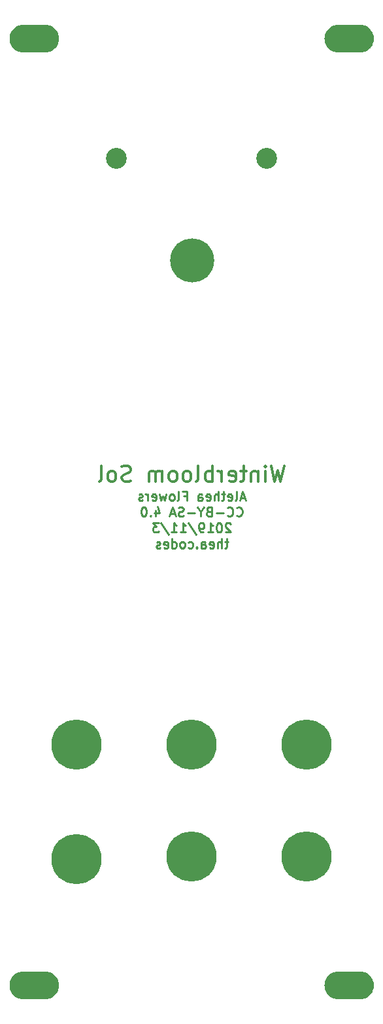
<source format=gbr>
G04 #@! TF.GenerationSoftware,KiCad,Pcbnew,(5.1.2)-2*
G04 #@! TF.CreationDate,2019-12-19T20:32:34-08:00*
G04 #@! TF.ProjectId,panel,70616e65-6c2e-46b6-9963-61645f706362,rev?*
G04 #@! TF.SameCoordinates,Original*
G04 #@! TF.FileFunction,Soldermask,Bot*
G04 #@! TF.FilePolarity,Negative*
%FSLAX46Y46*%
G04 Gerber Fmt 4.6, Leading zero omitted, Abs format (unit mm)*
G04 Created by KiCad (PCBNEW (5.1.2)-2) date 2019-12-19 20:32:34*
%MOMM*%
%LPD*%
G04 APERTURE LIST*
%ADD10C,0.250000*%
%ADD11C,0.300000*%
%ADD12C,0.100000*%
%ADD13C,3.600000*%
%ADD14C,6.500000*%
%ADD15C,5.700000*%
%ADD16C,2.700000*%
G04 APERTURE END LIST*
D10*
X159685706Y-83025000D02*
X159114277Y-83025000D01*
X159799992Y-83367857D02*
X159399992Y-82167857D01*
X158999992Y-83367857D01*
X158428563Y-83367857D02*
X158542849Y-83310714D01*
X158599992Y-83196428D01*
X158599992Y-82167857D01*
X157514277Y-83310714D02*
X157628563Y-83367857D01*
X157857134Y-83367857D01*
X157971420Y-83310714D01*
X158028563Y-83196428D01*
X158028563Y-82739285D01*
X157971420Y-82625000D01*
X157857134Y-82567857D01*
X157628563Y-82567857D01*
X157514277Y-82625000D01*
X157457134Y-82739285D01*
X157457134Y-82853571D01*
X158028563Y-82967857D01*
X157114277Y-82567857D02*
X156657134Y-82567857D01*
X156942849Y-82167857D02*
X156942849Y-83196428D01*
X156885706Y-83310714D01*
X156771420Y-83367857D01*
X156657134Y-83367857D01*
X156257134Y-83367857D02*
X156257134Y-82167857D01*
X155742849Y-83367857D02*
X155742849Y-82739285D01*
X155799992Y-82625000D01*
X155914277Y-82567857D01*
X156085706Y-82567857D01*
X156199992Y-82625000D01*
X156257134Y-82682142D01*
X154714277Y-83310714D02*
X154828563Y-83367857D01*
X155057134Y-83367857D01*
X155171420Y-83310714D01*
X155228563Y-83196428D01*
X155228563Y-82739285D01*
X155171420Y-82625000D01*
X155057134Y-82567857D01*
X154828563Y-82567857D01*
X154714277Y-82625000D01*
X154657134Y-82739285D01*
X154657134Y-82853571D01*
X155228563Y-82967857D01*
X153628563Y-83367857D02*
X153628563Y-82739285D01*
X153685706Y-82625000D01*
X153799992Y-82567857D01*
X154028563Y-82567857D01*
X154142849Y-82625000D01*
X153628563Y-83310714D02*
X153742849Y-83367857D01*
X154028563Y-83367857D01*
X154142849Y-83310714D01*
X154199992Y-83196428D01*
X154199992Y-83082142D01*
X154142849Y-82967857D01*
X154028563Y-82910714D01*
X153742849Y-82910714D01*
X153628563Y-82853571D01*
X151742849Y-82739285D02*
X152142849Y-82739285D01*
X152142849Y-83367857D02*
X152142849Y-82167857D01*
X151571420Y-82167857D01*
X150942849Y-83367857D02*
X151057134Y-83310714D01*
X151114277Y-83196428D01*
X151114277Y-82167857D01*
X150314277Y-83367857D02*
X150428563Y-83310714D01*
X150485706Y-83253571D01*
X150542849Y-83139285D01*
X150542849Y-82796428D01*
X150485706Y-82682142D01*
X150428563Y-82625000D01*
X150314277Y-82567857D01*
X150142849Y-82567857D01*
X150028563Y-82625000D01*
X149971420Y-82682142D01*
X149914277Y-82796428D01*
X149914277Y-83139285D01*
X149971420Y-83253571D01*
X150028563Y-83310714D01*
X150142849Y-83367857D01*
X150314277Y-83367857D01*
X149514277Y-82567857D02*
X149285706Y-83367857D01*
X149057134Y-82796428D01*
X148828563Y-83367857D01*
X148599992Y-82567857D01*
X147685706Y-83310714D02*
X147799992Y-83367857D01*
X148028563Y-83367857D01*
X148142849Y-83310714D01*
X148199992Y-83196428D01*
X148199992Y-82739285D01*
X148142849Y-82625000D01*
X148028563Y-82567857D01*
X147799992Y-82567857D01*
X147685706Y-82625000D01*
X147628563Y-82739285D01*
X147628563Y-82853571D01*
X148199992Y-82967857D01*
X147114277Y-83367857D02*
X147114277Y-82567857D01*
X147114277Y-82796428D02*
X147057134Y-82682142D01*
X146999992Y-82625000D01*
X146885706Y-82567857D01*
X146771420Y-82567857D01*
X146428563Y-83310714D02*
X146314277Y-83367857D01*
X146085706Y-83367857D01*
X145971420Y-83310714D01*
X145914277Y-83196428D01*
X145914277Y-83139285D01*
X145971420Y-83025000D01*
X146085706Y-82967857D01*
X146257134Y-82967857D01*
X146371420Y-82910714D01*
X146428563Y-82796428D01*
X146428563Y-82739285D01*
X146371420Y-82625000D01*
X146257134Y-82567857D01*
X146085706Y-82567857D01*
X145971420Y-82625000D01*
X158599992Y-85303571D02*
X158657134Y-85360714D01*
X158828563Y-85417857D01*
X158942849Y-85417857D01*
X159114277Y-85360714D01*
X159228563Y-85246428D01*
X159285706Y-85132142D01*
X159342849Y-84903571D01*
X159342849Y-84732142D01*
X159285706Y-84503571D01*
X159228563Y-84389285D01*
X159114277Y-84275000D01*
X158942849Y-84217857D01*
X158828563Y-84217857D01*
X158657134Y-84275000D01*
X158599992Y-84332142D01*
X157399992Y-85303571D02*
X157457134Y-85360714D01*
X157628563Y-85417857D01*
X157742849Y-85417857D01*
X157914277Y-85360714D01*
X158028563Y-85246428D01*
X158085706Y-85132142D01*
X158142849Y-84903571D01*
X158142849Y-84732142D01*
X158085706Y-84503571D01*
X158028563Y-84389285D01*
X157914277Y-84275000D01*
X157742849Y-84217857D01*
X157628563Y-84217857D01*
X157457134Y-84275000D01*
X157399992Y-84332142D01*
X156885706Y-84960714D02*
X155971420Y-84960714D01*
X154999992Y-84789285D02*
X154828563Y-84846428D01*
X154771420Y-84903571D01*
X154714277Y-85017857D01*
X154714277Y-85189285D01*
X154771420Y-85303571D01*
X154828563Y-85360714D01*
X154942849Y-85417857D01*
X155399992Y-85417857D01*
X155399992Y-84217857D01*
X154999992Y-84217857D01*
X154885706Y-84275000D01*
X154828563Y-84332142D01*
X154771420Y-84446428D01*
X154771420Y-84560714D01*
X154828563Y-84675000D01*
X154885706Y-84732142D01*
X154999992Y-84789285D01*
X155399992Y-84789285D01*
X153971420Y-84846428D02*
X153971420Y-85417857D01*
X154371420Y-84217857D02*
X153971420Y-84846428D01*
X153571420Y-84217857D01*
X153171420Y-84960714D02*
X152257134Y-84960714D01*
X151742849Y-85360714D02*
X151571420Y-85417857D01*
X151285706Y-85417857D01*
X151171420Y-85360714D01*
X151114277Y-85303571D01*
X151057134Y-85189285D01*
X151057134Y-85075000D01*
X151114277Y-84960714D01*
X151171420Y-84903571D01*
X151285706Y-84846428D01*
X151514277Y-84789285D01*
X151628563Y-84732142D01*
X151685706Y-84675000D01*
X151742849Y-84560714D01*
X151742849Y-84446428D01*
X151685706Y-84332142D01*
X151628563Y-84275000D01*
X151514277Y-84217857D01*
X151228563Y-84217857D01*
X151057134Y-84275000D01*
X150599992Y-85075000D02*
X150028563Y-85075000D01*
X150714277Y-85417857D02*
X150314277Y-84217857D01*
X149914277Y-85417857D01*
X148085706Y-84617857D02*
X148085706Y-85417857D01*
X148371420Y-84160714D02*
X148657134Y-85017857D01*
X147914277Y-85017857D01*
X147457134Y-85303571D02*
X147399992Y-85360714D01*
X147457134Y-85417857D01*
X147514277Y-85360714D01*
X147457134Y-85303571D01*
X147457134Y-85417857D01*
X146657134Y-84217857D02*
X146542849Y-84217857D01*
X146428563Y-84275000D01*
X146371420Y-84332142D01*
X146314277Y-84446428D01*
X146257134Y-84675000D01*
X146257134Y-84960714D01*
X146314277Y-85189285D01*
X146371420Y-85303571D01*
X146428563Y-85360714D01*
X146542849Y-85417857D01*
X146657134Y-85417857D01*
X146771420Y-85360714D01*
X146828563Y-85303571D01*
X146885706Y-85189285D01*
X146942849Y-84960714D01*
X146942849Y-84675000D01*
X146885706Y-84446428D01*
X146828563Y-84332142D01*
X146771420Y-84275000D01*
X146657134Y-84217857D01*
X157828563Y-86382142D02*
X157771420Y-86325000D01*
X157657134Y-86267857D01*
X157371420Y-86267857D01*
X157257134Y-86325000D01*
X157199992Y-86382142D01*
X157142849Y-86496428D01*
X157142849Y-86610714D01*
X157199992Y-86782142D01*
X157885706Y-87467857D01*
X157142849Y-87467857D01*
X156399992Y-86267857D02*
X156285706Y-86267857D01*
X156171420Y-86325000D01*
X156114277Y-86382142D01*
X156057134Y-86496428D01*
X155999992Y-86725000D01*
X155999992Y-87010714D01*
X156057134Y-87239285D01*
X156114277Y-87353571D01*
X156171420Y-87410714D01*
X156285706Y-87467857D01*
X156399992Y-87467857D01*
X156514277Y-87410714D01*
X156571420Y-87353571D01*
X156628563Y-87239285D01*
X156685706Y-87010714D01*
X156685706Y-86725000D01*
X156628563Y-86496428D01*
X156571420Y-86382142D01*
X156514277Y-86325000D01*
X156399992Y-86267857D01*
X154857134Y-87467857D02*
X155542849Y-87467857D01*
X155199992Y-87467857D02*
X155199992Y-86267857D01*
X155314277Y-86439285D01*
X155428563Y-86553571D01*
X155542849Y-86610714D01*
X154285706Y-87467857D02*
X154057134Y-87467857D01*
X153942849Y-87410714D01*
X153885706Y-87353571D01*
X153771420Y-87182142D01*
X153714277Y-86953571D01*
X153714277Y-86496428D01*
X153771420Y-86382142D01*
X153828563Y-86325000D01*
X153942849Y-86267857D01*
X154171420Y-86267857D01*
X154285706Y-86325000D01*
X154342849Y-86382142D01*
X154399992Y-86496428D01*
X154399992Y-86782142D01*
X154342849Y-86896428D01*
X154285706Y-86953571D01*
X154171420Y-87010714D01*
X153942849Y-87010714D01*
X153828563Y-86953571D01*
X153771420Y-86896428D01*
X153714277Y-86782142D01*
X152342849Y-86210714D02*
X153371420Y-87753571D01*
X151314277Y-87467857D02*
X151999992Y-87467857D01*
X151657134Y-87467857D02*
X151657134Y-86267857D01*
X151771420Y-86439285D01*
X151885706Y-86553571D01*
X151999992Y-86610714D01*
X150171420Y-87467857D02*
X150857134Y-87467857D01*
X150514277Y-87467857D02*
X150514277Y-86267857D01*
X150628563Y-86439285D01*
X150742849Y-86553571D01*
X150857134Y-86610714D01*
X148799992Y-86210714D02*
X149828563Y-87753571D01*
X148514277Y-86267857D02*
X147771420Y-86267857D01*
X148171420Y-86725000D01*
X147999992Y-86725000D01*
X147885706Y-86782142D01*
X147828563Y-86839285D01*
X147771420Y-86953571D01*
X147771420Y-87239285D01*
X147828563Y-87353571D01*
X147885706Y-87410714D01*
X147999992Y-87467857D01*
X148342849Y-87467857D01*
X148457134Y-87410714D01*
X148514277Y-87353571D01*
X157514277Y-88717857D02*
X157057134Y-88717857D01*
X157342849Y-88317857D02*
X157342849Y-89346428D01*
X157285706Y-89460714D01*
X157171420Y-89517857D01*
X157057134Y-89517857D01*
X156657134Y-89517857D02*
X156657134Y-88317857D01*
X156142849Y-89517857D02*
X156142849Y-88889285D01*
X156199992Y-88775000D01*
X156314277Y-88717857D01*
X156485706Y-88717857D01*
X156599992Y-88775000D01*
X156657134Y-88832142D01*
X155114277Y-89460714D02*
X155228563Y-89517857D01*
X155457134Y-89517857D01*
X155571420Y-89460714D01*
X155628563Y-89346428D01*
X155628563Y-88889285D01*
X155571420Y-88775000D01*
X155457134Y-88717857D01*
X155228563Y-88717857D01*
X155114277Y-88775000D01*
X155057134Y-88889285D01*
X155057134Y-89003571D01*
X155628563Y-89117857D01*
X154028563Y-89517857D02*
X154028563Y-88889285D01*
X154085706Y-88775000D01*
X154199992Y-88717857D01*
X154428563Y-88717857D01*
X154542849Y-88775000D01*
X154028563Y-89460714D02*
X154142849Y-89517857D01*
X154428563Y-89517857D01*
X154542849Y-89460714D01*
X154599992Y-89346428D01*
X154599992Y-89232142D01*
X154542849Y-89117857D01*
X154428563Y-89060714D01*
X154142849Y-89060714D01*
X154028563Y-89003571D01*
X153457134Y-89403571D02*
X153399992Y-89460714D01*
X153457134Y-89517857D01*
X153514277Y-89460714D01*
X153457134Y-89403571D01*
X153457134Y-89517857D01*
X152371420Y-89460714D02*
X152485706Y-89517857D01*
X152714277Y-89517857D01*
X152828563Y-89460714D01*
X152885706Y-89403571D01*
X152942849Y-89289285D01*
X152942849Y-88946428D01*
X152885706Y-88832142D01*
X152828563Y-88775000D01*
X152714277Y-88717857D01*
X152485706Y-88717857D01*
X152371420Y-88775000D01*
X151685706Y-89517857D02*
X151799992Y-89460714D01*
X151857134Y-89403571D01*
X151914277Y-89289285D01*
X151914277Y-88946428D01*
X151857134Y-88832142D01*
X151799992Y-88775000D01*
X151685706Y-88717857D01*
X151514277Y-88717857D01*
X151399992Y-88775000D01*
X151342849Y-88832142D01*
X151285706Y-88946428D01*
X151285706Y-89289285D01*
X151342849Y-89403571D01*
X151399992Y-89460714D01*
X151514277Y-89517857D01*
X151685706Y-89517857D01*
X150257134Y-89517857D02*
X150257134Y-88317857D01*
X150257134Y-89460714D02*
X150371420Y-89517857D01*
X150599992Y-89517857D01*
X150714277Y-89460714D01*
X150771420Y-89403571D01*
X150828563Y-89289285D01*
X150828563Y-88946428D01*
X150771420Y-88832142D01*
X150714277Y-88775000D01*
X150599992Y-88717857D01*
X150371420Y-88717857D01*
X150257134Y-88775000D01*
X149228563Y-89460714D02*
X149342849Y-89517857D01*
X149571420Y-89517857D01*
X149685706Y-89460714D01*
X149742849Y-89346428D01*
X149742849Y-88889285D01*
X149685706Y-88775000D01*
X149571420Y-88717857D01*
X149342849Y-88717857D01*
X149228563Y-88775000D01*
X149171420Y-88889285D01*
X149171420Y-89003571D01*
X149742849Y-89117857D01*
X148714277Y-89460714D02*
X148599992Y-89517857D01*
X148371420Y-89517857D01*
X148257134Y-89460714D01*
X148199992Y-89346428D01*
X148199992Y-89289285D01*
X148257134Y-89175000D01*
X148371420Y-89117857D01*
X148542849Y-89117857D01*
X148657134Y-89060714D01*
X148714277Y-88946428D01*
X148714277Y-88889285D01*
X148657134Y-88775000D01*
X148542849Y-88717857D01*
X148371420Y-88717857D01*
X148257134Y-88775000D01*
D11*
X164799992Y-78904761D02*
X164323801Y-80904761D01*
X163942849Y-79476190D01*
X163561896Y-80904761D01*
X163085706Y-78904761D01*
X162323801Y-80904761D02*
X162323801Y-79571428D01*
X162323801Y-78904761D02*
X162419039Y-79000000D01*
X162323801Y-79095238D01*
X162228563Y-79000000D01*
X162323801Y-78904761D01*
X162323801Y-79095238D01*
X161371420Y-79571428D02*
X161371420Y-80904761D01*
X161371420Y-79761904D02*
X161276182Y-79666666D01*
X161085706Y-79571428D01*
X160799992Y-79571428D01*
X160609515Y-79666666D01*
X160514277Y-79857142D01*
X160514277Y-80904761D01*
X159847611Y-79571428D02*
X159085706Y-79571428D01*
X159561896Y-78904761D02*
X159561896Y-80619047D01*
X159466658Y-80809523D01*
X159276182Y-80904761D01*
X159085706Y-80904761D01*
X157657134Y-80809523D02*
X157847611Y-80904761D01*
X158228563Y-80904761D01*
X158419039Y-80809523D01*
X158514277Y-80619047D01*
X158514277Y-79857142D01*
X158419039Y-79666666D01*
X158228563Y-79571428D01*
X157847611Y-79571428D01*
X157657134Y-79666666D01*
X157561896Y-79857142D01*
X157561896Y-80047619D01*
X158514277Y-80238095D01*
X156704753Y-80904761D02*
X156704753Y-79571428D01*
X156704753Y-79952380D02*
X156609515Y-79761904D01*
X156514277Y-79666666D01*
X156323801Y-79571428D01*
X156133325Y-79571428D01*
X155466658Y-80904761D02*
X155466658Y-78904761D01*
X155466658Y-79666666D02*
X155276182Y-79571428D01*
X154895230Y-79571428D01*
X154704753Y-79666666D01*
X154609515Y-79761904D01*
X154514277Y-79952380D01*
X154514277Y-80523809D01*
X154609515Y-80714285D01*
X154704753Y-80809523D01*
X154895230Y-80904761D01*
X155276182Y-80904761D01*
X155466658Y-80809523D01*
X153371420Y-80904761D02*
X153561896Y-80809523D01*
X153657134Y-80619047D01*
X153657134Y-78904761D01*
X152323801Y-80904761D02*
X152514277Y-80809523D01*
X152609515Y-80714285D01*
X152704753Y-80523809D01*
X152704753Y-79952380D01*
X152609515Y-79761904D01*
X152514277Y-79666666D01*
X152323801Y-79571428D01*
X152038087Y-79571428D01*
X151847611Y-79666666D01*
X151752372Y-79761904D01*
X151657134Y-79952380D01*
X151657134Y-80523809D01*
X151752372Y-80714285D01*
X151847611Y-80809523D01*
X152038087Y-80904761D01*
X152323801Y-80904761D01*
X150514277Y-80904761D02*
X150704753Y-80809523D01*
X150799992Y-80714285D01*
X150895230Y-80523809D01*
X150895230Y-79952380D01*
X150799992Y-79761904D01*
X150704753Y-79666666D01*
X150514277Y-79571428D01*
X150228563Y-79571428D01*
X150038087Y-79666666D01*
X149942849Y-79761904D01*
X149847611Y-79952380D01*
X149847611Y-80523809D01*
X149942849Y-80714285D01*
X150038087Y-80809523D01*
X150228563Y-80904761D01*
X150514277Y-80904761D01*
X148990468Y-80904761D02*
X148990468Y-79571428D01*
X148990468Y-79761904D02*
X148895230Y-79666666D01*
X148704753Y-79571428D01*
X148419039Y-79571428D01*
X148228563Y-79666666D01*
X148133325Y-79857142D01*
X148133325Y-80904761D01*
X148133325Y-79857142D02*
X148038087Y-79666666D01*
X147847611Y-79571428D01*
X147561896Y-79571428D01*
X147371420Y-79666666D01*
X147276182Y-79857142D01*
X147276182Y-80904761D01*
X144895230Y-80809523D02*
X144609515Y-80904761D01*
X144133325Y-80904761D01*
X143942849Y-80809523D01*
X143847611Y-80714285D01*
X143752372Y-80523809D01*
X143752372Y-80333333D01*
X143847611Y-80142857D01*
X143942849Y-80047619D01*
X144133325Y-79952380D01*
X144514277Y-79857142D01*
X144704753Y-79761904D01*
X144799992Y-79666666D01*
X144895230Y-79476190D01*
X144895230Y-79285714D01*
X144799992Y-79095238D01*
X144704753Y-79000000D01*
X144514277Y-78904761D01*
X144038087Y-78904761D01*
X143752372Y-79000000D01*
X142609515Y-80904761D02*
X142799992Y-80809523D01*
X142895230Y-80714285D01*
X142990468Y-80523809D01*
X142990468Y-79952380D01*
X142895230Y-79761904D01*
X142799992Y-79666666D01*
X142609515Y-79571428D01*
X142323801Y-79571428D01*
X142133325Y-79666666D01*
X142038087Y-79761904D01*
X141942849Y-79952380D01*
X141942849Y-80523809D01*
X142038087Y-80714285D01*
X142133325Y-80809523D01*
X142323801Y-80904761D01*
X142609515Y-80904761D01*
X140799992Y-80904761D02*
X140990468Y-80809523D01*
X141085706Y-80619047D01*
X141085706Y-78904761D01*
D12*
G36*
X133976431Y-21808666D02*
G01*
X134151163Y-21834585D01*
X134322512Y-21877506D01*
X134488830Y-21937016D01*
X134648514Y-22012541D01*
X134800026Y-22103354D01*
X134941908Y-22208580D01*
X135072792Y-22327207D01*
X135191419Y-22458091D01*
X135296645Y-22599973D01*
X135387458Y-22751485D01*
X135462983Y-22911169D01*
X135522493Y-23077487D01*
X135565414Y-23248836D01*
X135591333Y-23423568D01*
X135600000Y-23599999D01*
X135600000Y-23600001D01*
X135591333Y-23776432D01*
X135565414Y-23951164D01*
X135522493Y-24122513D01*
X135462983Y-24288831D01*
X135387458Y-24448515D01*
X135296645Y-24600027D01*
X135191419Y-24741909D01*
X135072792Y-24872793D01*
X134941908Y-24991420D01*
X134800026Y-25096646D01*
X134648514Y-25187459D01*
X134488830Y-25262984D01*
X134322512Y-25322494D01*
X134151163Y-25365415D01*
X133976431Y-25391334D01*
X133800000Y-25400001D01*
X131000000Y-25400001D01*
X130823569Y-25391334D01*
X130648837Y-25365415D01*
X130477488Y-25322494D01*
X130311170Y-25262984D01*
X130151486Y-25187459D01*
X129999974Y-25096646D01*
X129858092Y-24991420D01*
X129727208Y-24872793D01*
X129608581Y-24741909D01*
X129503355Y-24600027D01*
X129412542Y-24448515D01*
X129337017Y-24288831D01*
X129277507Y-24122513D01*
X129234586Y-23951164D01*
X129208667Y-23776432D01*
X129200000Y-23600001D01*
X129200000Y-23599999D01*
X129208667Y-23423568D01*
X129234586Y-23248836D01*
X129277507Y-23077487D01*
X129337017Y-22911169D01*
X129412542Y-22751485D01*
X129503355Y-22599973D01*
X129608581Y-22458091D01*
X129727208Y-22327207D01*
X129858092Y-22208580D01*
X129999974Y-22103354D01*
X130151486Y-22012541D01*
X130311170Y-21937016D01*
X130477488Y-21877506D01*
X130648837Y-21834585D01*
X130823569Y-21808666D01*
X131000000Y-21799999D01*
X133800000Y-21799999D01*
X133976431Y-21808666D01*
X133976431Y-21808666D01*
G37*
D13*
X132400000Y-23600000D03*
D12*
G36*
X174776431Y-21808666D02*
G01*
X174951163Y-21834585D01*
X175122512Y-21877506D01*
X175288830Y-21937016D01*
X175448514Y-22012541D01*
X175600026Y-22103354D01*
X175741908Y-22208580D01*
X175872792Y-22327207D01*
X175991419Y-22458091D01*
X176096645Y-22599973D01*
X176187458Y-22751485D01*
X176262983Y-22911169D01*
X176322493Y-23077487D01*
X176365414Y-23248836D01*
X176391333Y-23423568D01*
X176400000Y-23599999D01*
X176400000Y-23600001D01*
X176391333Y-23776432D01*
X176365414Y-23951164D01*
X176322493Y-24122513D01*
X176262983Y-24288831D01*
X176187458Y-24448515D01*
X176096645Y-24600027D01*
X175991419Y-24741909D01*
X175872792Y-24872793D01*
X175741908Y-24991420D01*
X175600026Y-25096646D01*
X175448514Y-25187459D01*
X175288830Y-25262984D01*
X175122512Y-25322494D01*
X174951163Y-25365415D01*
X174776431Y-25391334D01*
X174600000Y-25400001D01*
X171800000Y-25400001D01*
X171623569Y-25391334D01*
X171448837Y-25365415D01*
X171277488Y-25322494D01*
X171111170Y-25262984D01*
X170951486Y-25187459D01*
X170799974Y-25096646D01*
X170658092Y-24991420D01*
X170527208Y-24872793D01*
X170408581Y-24741909D01*
X170303355Y-24600027D01*
X170212542Y-24448515D01*
X170137017Y-24288831D01*
X170077507Y-24122513D01*
X170034586Y-23951164D01*
X170008667Y-23776432D01*
X170000000Y-23600001D01*
X170000000Y-23599999D01*
X170008667Y-23423568D01*
X170034586Y-23248836D01*
X170077507Y-23077487D01*
X170137017Y-22911169D01*
X170212542Y-22751485D01*
X170303355Y-22599973D01*
X170408581Y-22458091D01*
X170527208Y-22327207D01*
X170658092Y-22208580D01*
X170799974Y-22103354D01*
X170951486Y-22012541D01*
X171111170Y-21937016D01*
X171277488Y-21877506D01*
X171448837Y-21834585D01*
X171623569Y-21808666D01*
X171800000Y-21799999D01*
X174600000Y-21799999D01*
X174776431Y-21808666D01*
X174776431Y-21808666D01*
G37*
D13*
X173200000Y-23600000D03*
D12*
G36*
X174776431Y-144308666D02*
G01*
X174951163Y-144334585D01*
X175122512Y-144377506D01*
X175288830Y-144437016D01*
X175448514Y-144512541D01*
X175600026Y-144603354D01*
X175741908Y-144708580D01*
X175872792Y-144827207D01*
X175991419Y-144958091D01*
X176096645Y-145099973D01*
X176187458Y-145251485D01*
X176262983Y-145411169D01*
X176322493Y-145577487D01*
X176365414Y-145748836D01*
X176391333Y-145923568D01*
X176400000Y-146099999D01*
X176400000Y-146100001D01*
X176391333Y-146276432D01*
X176365414Y-146451164D01*
X176322493Y-146622513D01*
X176262983Y-146788831D01*
X176187458Y-146948515D01*
X176096645Y-147100027D01*
X175991419Y-147241909D01*
X175872792Y-147372793D01*
X175741908Y-147491420D01*
X175600026Y-147596646D01*
X175448514Y-147687459D01*
X175288830Y-147762984D01*
X175122512Y-147822494D01*
X174951163Y-147865415D01*
X174776431Y-147891334D01*
X174600000Y-147900001D01*
X171800000Y-147900001D01*
X171623569Y-147891334D01*
X171448837Y-147865415D01*
X171277488Y-147822494D01*
X171111170Y-147762984D01*
X170951486Y-147687459D01*
X170799974Y-147596646D01*
X170658092Y-147491420D01*
X170527208Y-147372793D01*
X170408581Y-147241909D01*
X170303355Y-147100027D01*
X170212542Y-146948515D01*
X170137017Y-146788831D01*
X170077507Y-146622513D01*
X170034586Y-146451164D01*
X170008667Y-146276432D01*
X170000000Y-146100001D01*
X170000000Y-146099999D01*
X170008667Y-145923568D01*
X170034586Y-145748836D01*
X170077507Y-145577487D01*
X170137017Y-145411169D01*
X170212542Y-145251485D01*
X170303355Y-145099973D01*
X170408581Y-144958091D01*
X170527208Y-144827207D01*
X170658092Y-144708580D01*
X170799974Y-144603354D01*
X170951486Y-144512541D01*
X171111170Y-144437016D01*
X171277488Y-144377506D01*
X171448837Y-144334585D01*
X171623569Y-144308666D01*
X171800000Y-144299999D01*
X174600000Y-144299999D01*
X174776431Y-144308666D01*
X174776431Y-144308666D01*
G37*
D13*
X173200000Y-146100000D03*
D12*
G36*
X133976431Y-144308666D02*
G01*
X134151163Y-144334585D01*
X134322512Y-144377506D01*
X134488830Y-144437016D01*
X134648514Y-144512541D01*
X134800026Y-144603354D01*
X134941908Y-144708580D01*
X135072792Y-144827207D01*
X135191419Y-144958091D01*
X135296645Y-145099973D01*
X135387458Y-145251485D01*
X135462983Y-145411169D01*
X135522493Y-145577487D01*
X135565414Y-145748836D01*
X135591333Y-145923568D01*
X135600000Y-146099999D01*
X135600000Y-146100001D01*
X135591333Y-146276432D01*
X135565414Y-146451164D01*
X135522493Y-146622513D01*
X135462983Y-146788831D01*
X135387458Y-146948515D01*
X135296645Y-147100027D01*
X135191419Y-147241909D01*
X135072792Y-147372793D01*
X134941908Y-147491420D01*
X134800026Y-147596646D01*
X134648514Y-147687459D01*
X134488830Y-147762984D01*
X134322512Y-147822494D01*
X134151163Y-147865415D01*
X133976431Y-147891334D01*
X133800000Y-147900001D01*
X131000000Y-147900001D01*
X130823569Y-147891334D01*
X130648837Y-147865415D01*
X130477488Y-147822494D01*
X130311170Y-147762984D01*
X130151486Y-147687459D01*
X129999974Y-147596646D01*
X129858092Y-147491420D01*
X129727208Y-147372793D01*
X129608581Y-147241909D01*
X129503355Y-147100027D01*
X129412542Y-146948515D01*
X129337017Y-146788831D01*
X129277507Y-146622513D01*
X129234586Y-146451164D01*
X129208667Y-146276432D01*
X129200000Y-146100001D01*
X129200000Y-146099999D01*
X129208667Y-145923568D01*
X129234586Y-145748836D01*
X129277507Y-145577487D01*
X129337017Y-145411169D01*
X129412542Y-145251485D01*
X129503355Y-145099973D01*
X129608581Y-144958091D01*
X129727208Y-144827207D01*
X129858092Y-144708580D01*
X129999974Y-144603354D01*
X130151486Y-144512541D01*
X130311170Y-144437016D01*
X130477488Y-144377506D01*
X130648837Y-144334585D01*
X130823569Y-144308666D01*
X131000000Y-144299999D01*
X133800000Y-144299999D01*
X133976431Y-144308666D01*
X133976431Y-144308666D01*
G37*
D13*
X132400000Y-146100000D03*
D14*
X137856331Y-114942300D03*
X152799986Y-114942300D03*
X167701315Y-114942300D03*
X167701315Y-129420300D03*
X152799986Y-129420300D03*
X137856331Y-129773070D03*
D15*
X152865412Y-52307771D03*
D16*
X162536662Y-39124357D03*
X143063330Y-39124357D03*
M02*

</source>
